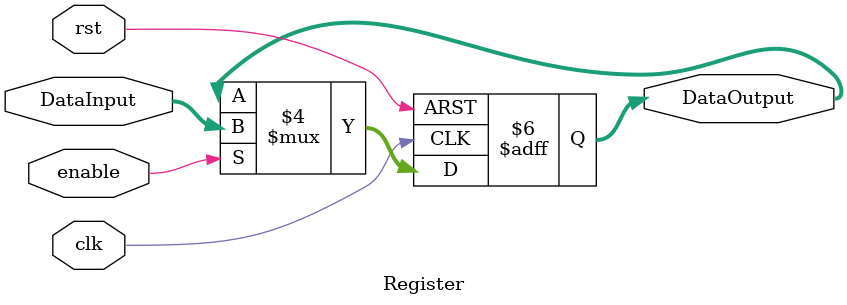
<source format=sv>
/******************************************************************
* Description
*	This the basic register that is used in the register file
*
******************************************************************/
module Register
#(
	parameter N=32
)
(
	input clk,
	input rst,
	input enable,
	input  [N-1:0] DataInput,


	output reg [N-1:0] DataOutput
);

always@(negedge rst or posedge clk) begin
	if(rst==0)
		DataOutput <= 0;
	else
		if(enable==1)
			DataOutput<=DataInput;
end

endmodule

</source>
